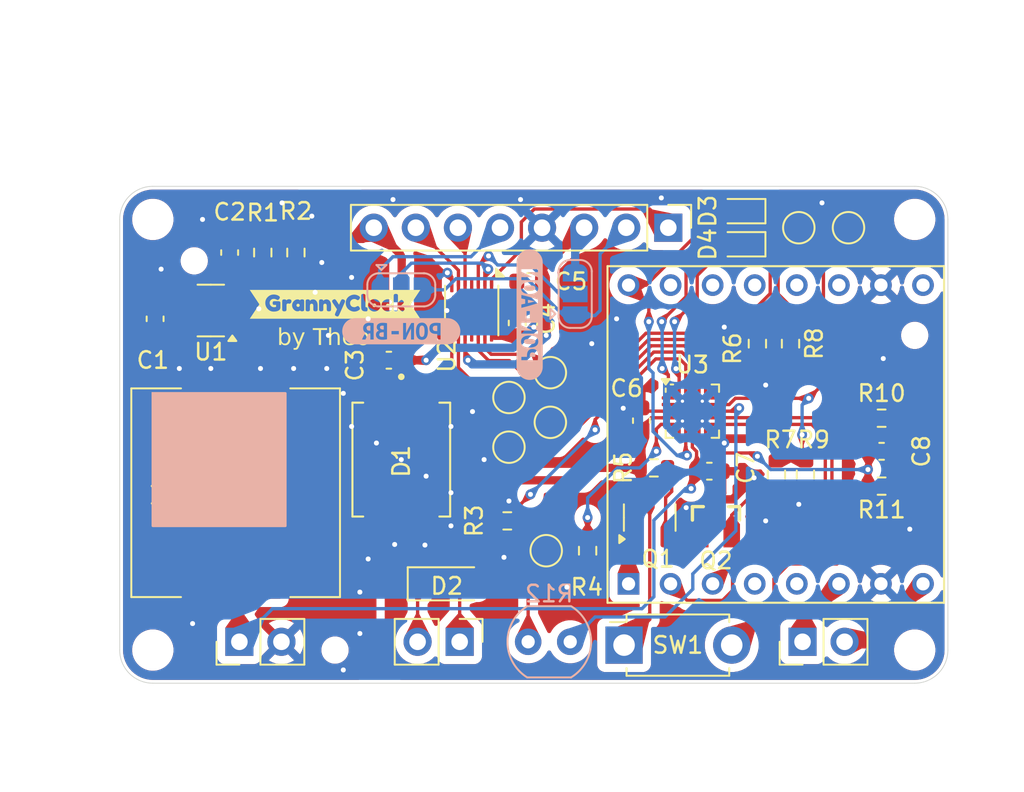
<source format=kicad_pcb>
(kicad_pcb (version 20241229) (generator "pcbnew") (generator_version "9.0")
  (title_block (title "GrannyClock") (date "2025-05-11") (rev "1.0") (company "Tehoor Marjan"))
  (layers (0 "F.Cu" signal) (2 "B.Cu" power) (13 "F.Paste" user) (15 "B.Paste" user) (5 "F.SilkS" user "F.Silkscreen") (7 "B.SilkS" user "B.Silkscreen") (1 "F.Mask" user) (3 "B.Mask" user) (25 "Edge.Cuts" user))
  (net 0 "")
  (net 1 "GND")
  (net 2 "+3V0")
  (net 3 "+3V3")
  (net 4 "Net-(U1-FB)")
  (net 5 "PRG_TX")
  (net 6 "PRG_RX")
  (net 7 "SPK1")
  (net 8 "SPK2")
  (net 9 "MU")
  (net 10 "BR")
  (net 11 "+1V5")
  (net 12 "RF")
  (net 13 "PON")
  (net 14 "BA")
  (net 15 "Net-(D1-A)")
  (net 16 "Net-(Q1-G)")
  (net 17 "Net-(D4-K)")
  (net 18 "SWITCH_3V3")
  (net 19 "DFR_EN")
  (net 20 "LDR_EN")
  (net 21 "LDR_MES")
  (net 22 "UPDI")
  (net 24 "HBA")
  (net 25 "HMU")
  (net 26 "Net-(JP2-C)")
  (net 28 "HRF")
  (net 30 "SND_RX")
  (net 31 "Net-(Q2-G)")
  (net 33 "~{SND_BUSY}")
  (net 35 "SND_TX")
  (net 41 "LED1")
  (net 45 "Net-(D3-K)")
  (net 46 "LED2")
  (net 47 "Net-(JP1-C)")
  (net 48 "HPONBR")
  (net 49 "BTN")
  (net 51 "Net-(R11-Pad1)")
  (footprint "Connector_PinHeader_2.54mm:PinHeader_1x02_P2.54mm_Vertical" (layer "F.Cu") (at 66.225 62.5 90)
    (property "Reference" "J4" (hide yes))
    (property "Value" "Conn_01x02")
  )
  (footprint "Capacitor_SMD:C_0603_1608Metric" (layer "F.Cu") (at 27.1375 43 90)
    (property "Reference" "C1")
    (property "Value" "22uF")
  )
  (footprint "TestPoint:TestPoint_Pad_D1.5mm" (layer "F.Cu") (at 48.5 50.75)
    (property "Reference" "TP2" (hide yes))
    (property "Value" "HMU")
  )
  (footprint "TestPoint:TestPoint_Pad_D1.5mm" (layer "F.Cu") (at 48.5 47.75)
    (property "Reference" "TP1" (hide yes))
    (property "Value" "HBA")
  )
  (footprint "LED_SMD:LED_0603_1608Metric" (layer "F.Cu") (at 62.5 38.5 180)
    (property "Reference" "D4")
    (property "Value" "Red")
  )
  (footprint "Resistor_SMD:R_0603_1608Metric" (layer "F.Cu") (at 57.25 52)
    (property "Reference" "R5")
    (property "Value" "4.7k")
  )
  (footprint "MountingHole:MountingHole_2mm" (layer "F.Cu") (at 73 37)
    (property "Reference" "H5" (hide yes))
    (property "Value" "MountingHole")
  )
  (footprint "Capacitor_SMD:C_0603_1608Metric" (layer "F.Cu") (at 49.75 40.75 180)
    (property "Reference" "C5")
    (property "Value" "100nF")
  )
  (footprint "TestPoint:TestPoint_Pad_D1.5mm" (layer "F.Cu") (at 50.75 57)
    (property "Reference" "TP3" (hide yes))
    (property "Value" "LDR_MES")
  )
  (footprint "Resistor_SMD:R_0603_1608Metric" (layer "F.Cu") (at 53.25 57 -90)
    (property "Reference" "R4")
    (property "Value" "10k")
  )
  (footprint "LED_SMD:LED_0603_1608Metric" (layer "F.Cu") (at 62.5 36.5 180)
    (property "Reference" "D3")
    (property "Value" "Green")
  )
  (footprint "Snapeda:DFR0299_MODULE_DFR0299" (layer "F.Cu") (at 64.61 49.983 90)
    (property "Reference" "U4" (hide yes))
    (property "Value" "DFR0299")
  )
  (footprint "MountingHole:ToolingHole_1.152mm" (layer "F.Cu") (at 29.5 39.5)
    (property "Reference" "H3" (hide yes))
    (property "Value" "ToolingHole")
  )
  (footprint "Package_DFN_QFN:TDFN-14-1EP_3x3mm_P0.4mm_EP1.78x2.35mm" (layer "F.Cu") (at 46.25 42.5 -90)
    (property "Reference" "U2")
    (property "Value" "MAX14611ETD+T")
  )
  (footprint "Resistor_SMD:R_0603_1608Metric" (layer "F.Cu") (at 71 53.1 180)
    (property "Reference" "R11")
    (property "Value" "100")
  )
  (footprint "Resistor_SMD:R_0603_1608Metric" (layer "F.Cu") (at 65.5 44.5 -90)
    (property "Reference" "R8")
    (property "Value" "330")
  )
  (footprint "Resistor_SMD:R_0603_1608Metric" (layer "F.Cu") (at 33.6375 39 90)
    (property "Reference" "R1")
    (property "Value" "330k")
  )
  (footprint "Connector_PinHeader_2.54mm:PinHeader_1x08_P2.54mm_Vertical" (layer "F.Cu") (at 58.12 37.5 -90)
    (property "Reference" "J3" (hide yes))
    (property "Value" "Conn_01x08")
  )
  (footprint "Connector_PinHeader_2.54mm:PinHeader_1x02_P2.54mm_Vertical" (layer "F.Cu") (at 32.225 62.5 90)
    (property "Reference" "J1" (hide yes))
    (property "Value" "Conn_01x02")
  )
  (footprint "Snapeda:FDN327N_SSOT-3" (layer "F.Cu") (at 61 55)
    (property "Reference" "Q2")
    (property "Value" "FDN327N")
  )
  (footprint "MountingHole:MountingHole_2mm" (layer "F.Cu") (at 27 63)
    (property "Reference" "H2" (hide yes))
    (property "Value" "MountingHole" (hide yes))
  )
  (footprint "Capacitor_SMD:C_0603_1608Metric" (layer "F.Cu") (at 49 43.25 90)
    (property "Reference" "C4")
    (property "Value" "1uF")
  )
  (footprint "Resistor_SMD:R_0603_1608Metric" (layer "F.Cu") (at 66.4 52.4 -90)
    (property "Reference" "R9")
    (property "Value" "100k")
  )
  (footprint "TestPoint:TestPoint_Pad_D1.5mm" (layer "F.Cu") (at 51 46.25)
    (property "Reference" "TP4" (hide yes))
    (property "Value" "HRF")
  )
  (footprint "Inductor_SMD:L_12x12mm_H4.5mm" (layer "F.Cu") (at 32 53.5 90)
    (property "Reference" "L1")
    (property "Value" "22uH")
  )
  (footprint "MountingHole:ToolingHole_1.152mm" (layer "F.Cu") (at 73 44)
    (property "Reference" "H6" (hide yes))
    (property "Value" "ToolingHole")
  )
  (footprint "Resistor_SMD:R_0603_1608Metric" (layer "F.Cu") (at 63.5 44.5 -90)
    (property "Reference" "R6")
    (property "Value" "330")
  )
  (footprint "MountingHole:MountingHole_2mm" (layer "F.Cu") (at 73 63)
    (property "Reference" "H7" (hide yes))
    (property "Value" "MountingHole" (hide yes))
  )
  (footprint "Capacitor_SMD:C_0603_1608Metric" (layer "F.Cu") (at 41.25 45.5 180)
    (property "Reference" "C3")
    (property "Value" "22uF")
  )
  (footprint "Resistor_SMD:R_0603_1608Metric" (layer "F.Cu") (at 48.4 55.2 180)
    (property "Reference" "R3")
    (property "Value" "470")
  )
  (footprint "Capacitor_SMD:C_0603_1608Metric" (layer "F.Cu") (at 56.5 49.15 90)
    (property "Reference" "C6")
    (property "Value" "100nF")
  )
  (footprint "Capacitor_SMD:C_0603_1608Metric" (layer "F.Cu") (at 60.6 52.2 180)
    (property "Reference" "C7")
    (property "Value" "100nF")
  )
  (footprint "Snapeda:SS34_DIO_SS34" (layer "F.Cu") (at 42 51.5 -90)
    (property "Reference" "D1")
    (property "Value" "SS34")
  )
  (footprint "MountingHole:ToolingHole_1.152mm" (layer "F.Cu") (at 38 63)
    (property "Reference" "H4" (hide yes))
    (property "Value" "ToolingHole" (hide yes))
  )
  (footprint "Resistor_SMD:R_0603_1608Metric" (layer "F.Cu") (at 64.65 52.4 -90)
    (property "Reference" "R7")
    (property "Value" "100")
  )
  (footprint "Diode_SMD:D_SOD-123" (layer "F.Cu") (at 44.75 59)
    (property "Reference" "D2")
    (property "Value" "LBAT46T1G")
  )
  (footprint "TestPoint:TestPoint_Pad_D1.5mm" (layer "F.Cu") (at 51 49.25)
    (property "Reference" "TP5" (hide yes))
    (property "Value" "HPONBR")
  )
  (footprint "Capacitor_SMD:C_0603_1608Metric" (layer "F.Cu") (at 31.6375 39 90)
    (property "Reference" "C2")
    (property "Value" "10nF")
  )
  (footprint "Package_TO_SOT_SMD:SOT-23-3" (layer "F.Cu") (at 57 55 90)
    (property "Reference" "Q1")
    (property "Value" "AO3407A")
  )
  (footprint "kibuzzard-681BEBFE" (layer "F.Cu") (at 38 42.125)
    (property "Reference" "kibuzzard-1" (hide yes))
    (property "Value" "G***" (hide yes))
  )
  (footprint "Connector_PinHeader_2.54mm:PinHeader_1x02_P2.54mm_Vertical" (layer "F.Cu") (at 45.525 62.5 -90)
    (property "Reference" "J2" (hide yes))
    (property "Value" "Conn_01x02")
  )
  (footprint "Resistor_SMD:R_0603_1608Metric" (layer "F.Cu") (at 71 49)
    (property "Reference" "R10")
    (property "Value" "10k")
  )
  (footprint "MountingHole:MountingHole_2mm" (layer "F.Cu") (at 27 37)
    (property "Reference" "H1" (hide yes))
    (property "Value" "MountingHole")
  )
  (footprint "TestPoint:TestPoint_Pad_D1.5mm" (layer "F.Cu") (at 69 37.5)
    (property "Reference" "TP7" (hide yes))
    (property "Value" "DFR_EN")
  )
  (footprint "Package_DFN_QFN:VQFN-20-1EP_3x3mm_P0.4mm_EP1.7x1.7mm_ThermalVias" (layer "F.Cu") (at 59.575 48.575)
    (property "Reference" "U3")
    (property "Value" "ATtiny1616-M")
  )
  (footprint "Resistor_SMD:R_0603_1608Metric" (layer "F.Cu") (at 35.6375 39 -90)
    (property "Reference" "R2")
    (property "Value" "1.5M")
  )
  (footprint "Button_Switch_THT:SW_PUSH_1P1T_6x3.5mm_H4.3_APEM_MJTP1243" (layer "F.Cu") (at 55.45 62.7)
    (property "Reference" "SW1")
    (property "Value" "SW_Push")
  )
  (footprint "Capacitor_SMD:C_0603_1608Metric" (layer "F.Cu") (at 71 51)
    (property "Reference" "C8")
    (property "Value" "100nF")
  )
  (footprint "Package_TO_SOT_SMD:SOT-23-6" (layer "F.Cu") (at 30.5 42.5 180)
    (property "Reference" "U1")
    (property "Value" "MT3608")
  )
  (footprint "TestPoint:TestPoint_Pad_D1.5mm" (layer "F.Cu") (at 66 37.5)
    (property "Reference" "TP6" (hide yes))
    (property "Value" "~{SND_BUSY}")
  )
  (footprint "kibuzzard-681FCE61" (layer "B.Cu") (at 42 43.75 180)
    (property "Reference" "kibuzzard-3" (hide yes))
    (property "Value" "G***" (hide yes))
  )
  (footprint "Jumper:SolderJumper-3_P1.3mm_Open_RoundedPad1.0x1.5mm" (layer "B.Cu") (at 42 41.25)
    (property "Reference" "JP2" (hide yes))
    (property "Value" "PON/BR Select" (hide yes))
  )
  (footprint "OptoDevice:R_LDR_4.9x4.2mm_P2.54mm_Vertical" (layer "B.Cu") (at 52.2 62.5 180)
    (property "Reference" "R12")
    (property "Value" "R_Photo")
  )
  (footprint "kibuzzard-681FCEAB" (layer "B.Cu") (at 49.75 42.75 90)
    (property "Reference" "kibuzzard-2" (hide yes))
    (property "Value" "G***" (hide yes))
  )
  (footprint "Jumper:SolderJumper-3_P1.3mm_Open_RoundedPad1.0x1.5mm" (layer "B.Cu") (at 52.5 41.5 90)
    (property "Reference" "JP1" (hide yes))
    (property "Value" "~{TS} Select" (hide yes))
  )
  (gr_rect (start 27 47.5) (end 35 55.5) (stroke (width 0.153)) (fill yes) (layer "B.SilkS"))
  (gr_arc (start 25 37) (mid 25.585786 35.585786) (end 27 35) (stroke (width 0.05)) (layer "Edge.Cuts"))
  (gr_line (start 27 35) (end 73 35) (stroke (width 0.05)) (layer "Edge.Cuts"))
  (gr_line (start 73 65) (end 27 65) (stroke (width 0.05)) (layer "Edge.Cuts"))
  (gr_line (start 25 63) (end 25 37) (stroke (width 0.05)) (layer "Edge.Cuts"))
  (gr_line (start 75 37) (end 75 63) (stroke (width 0.05)) (layer "Edge.Cuts"))
  (gr_arc (start 73 35) (mid 74.414214 35.585786) (end 75 37) (stroke (width 0.05)) (layer "Edge.Cuts"))
  (gr_arc (start 27 65) (mid 25.585786 64.414214) (end 25 63) (stroke (width 0.05)) (layer "Edge.Cuts"))
  (gr_arc (start 75 63) (mid 74.414214 64.414214) (end 73 65) (stroke (width 0.05)) (layer "Edge.Cuts"))
  (gr_text "by Théo" (at 34.5 44.75 0) (layer "F.SilkS") (effects (font (size 1 1) (thickness 0.153)) (justify left bottom)))
  (segment (start 48.975 42.45) (end 49 42.475) (width 0.5) (layer "F.Cu") (net 1))
  (segment (start 61.375 53.525) (end 61 53.9) (width 0.5) (layer "F.Cu") (net 1))
  (segment (start 33.3 42.5) (end 33.4 42.4) (width 0.5) (layer "F.Cu") (net 1))
  (segment (start 61 53.9) (end 62 53.9) (width 0.5) (layer "F.Cu") (net 1))
  (segment (start 31.6375 42.5) (end 33.3 42.5) (width 0.5) (layer "F.Cu") (net 1))
  (segment (start 33.5875 38.225) (end 33.6375 38.175) (width 0.5) (layer "F.Cu") (net 1))
  (segment (start 48.975 42.5) (end 49 42.475) (width 0.5) (layer "F.Cu") (net 1))
  (segment (start 45.05 40.487134) (end 44.781433 40.218567) (width 0.2) (layer "F.Cu") (net 1))
  (segment (start 60.5 54.4) (end 59.2 54.4) (width 0.5) (layer "F.Cu") (net 1))
  (segment (start 48.975 40.75) (end 48.975 42.45) (width 0.5) (layer "F.Cu") (net 1))
  (segment (start 45.05 41.0125) (end 45.05 40.487134) (width 0.2) (layer "F.Cu") (net 1))
  (segment (start 46.25 42.5) (end 48.975 42.5) (width 0.5) (layer "F.Cu") (net 1))
  (segment (start 61.375 52.2) (end 61.375 53.525) (width 0.5) (layer "F.Cu") (net 1))
  (segment (start 66.4 53.225) (end 66.4 53.8) (width 0.5) (layer "F.Cu") (net 1))
  (segment (start 71.775 51) (end 71.775 49.05) (width 0.5) (layer "F.Cu") (net 1))
  (segment (start 71.775 49.05) (end 71.825 49) (width 0.5) (layer "F.Cu") (net 1))
  (segment (start 46.25 42.5) (end 44.75 42.5) (width 0.5) (layer "F.Cu") (net 1))
  (segment (start 58.125 48.575) (end 59.575 48.575) (width 0.2) (layer "F.Cu") (net 1))
  (segment (start 61 53.9) (end 60.5 54.4) (width 0.5) (layer "F.Cu") (net 1))
  (segment (start 31.6375 38.225) (end 33.5875 38.225) (width 0.5) (layer "F.Cu") (net 1))
  (segment (start 66.4 53.8) (end 66 54.2) (width 0.5) (layer "F.Cu") (net 1))
  (segment (start 62 53.9) (end 63.3 52.6) (width 0.5) (layer "F.Cu") (net 1))
  (segment (start 58.125 48.575) (end 56.7 48.575) (width 0.2) (layer "F.Cu") (net 1))
  (segment (start 56.7 48.575) (end 56.5 48.375) (width 0.2) (layer "F.Cu") (net 1))
  (via (at 39 49.5) (size 0.6) (drill 0.3) (layers "F.Cu" "B.Cu") (net 1))
  (via (at 36.8 41.4) (size 0.6) (drill 0.3) (layers "F.Cu" "B.Cu") (net 1))
  (via (at 45 55.5) (size 0.6) (drill 0.3) (layers "F.Cu" "B.Cu") (net 1))
  (via (at 47 51.5) (size 0.6) (drill 0.3) (layers "F.Cu" "B.Cu") (net 1))
  (via (at 37.5 46) (size 0.6) (drill 0.3) (layers "F.Cu" "B.Cu") (net 1))
  (via (at 41.599977 56.62295) (size 0.6) (drill 0.3) (layers "F.Cu" "B.Cu") (net 1))
  (via (at 36.6 36.8) (size 0.6) (drill 0.3) (layers "F.Cu" "B.Cu") (net 1))
  (via (at 72.7 55.7) (size 0.6) (drill 0.3) (layers "F.Cu" "B.Cu") (net 1))
  (via (at 37.2 39.6) (size 0.6) (drill 0.3) (layers "F.Cu" "B.Cu") (net 1))
  (via (at 61.5 50.5) (size 0.6) (drill 0.3) (layers "F.Cu" "B.Cu") (net 1))
  (via (at 30 37) (size 0.6) (drill 0.3) (layers "F.Cu" "B.Cu") (net 1))
  (via (at 55 43) (size 0.6) (drill 0.3) (layers "F.Cu" "B.Cu") (net 1))
  (via (at 40.5 50.5) (size 0.6) (drill 0.3) (layers "F.Cu" "B.Cu") (net 1))
  (via (at 41.5 35.8) (size 0.6) (drill 0.3) (layers "F.Cu" "B.Cu") (net 1))
  (via (at 30.5 46) (size 0.6) (drill 0.3) (layers "F.Cu" "B.Cu") (net 1))
  (via (at 44.75 42.5) (size 0.6) (drill 0.3) (layers "F.Cu" "B.Cu") (net 1))
  (via (at 39.5 59.5) (size 0.6) (drill 0.3) (layers "F.Cu" "B.Cu") (net 1))
  (via (at 34.8 36) (size 0.6) (drill 0.3) (layers "F.Cu" "B.Cu") (net 1))
  (via (at 64 47) (size 0.6) (drill 0.3) (layers "F.Cu" "B.Cu") (net 1))
  (via (at 40 57.5) (size 0.6) (drill 0.3) (layers "F.Cu" "B.Cu") (net 1))
  (via (at 46.3 48.6) (size 0.6) (drill 0.3) (layers "F.Cu" "B.Cu") (net 1))
  (via (at 39 40.5) (size 0.6) (drill 0.3) (layers "F.Cu" "B.Cu") (net 1))
  (via (at 40 43) (size 0.6) (drill 0.3) (layers "F.Cu" "B.Cu") (net 1))
  (via (at 66 54.2) (size 0.6) (drill 0.3) (layers "F.Cu" "B.Cu") (net 1))
  (via (at 61.5 43.5) (size 0.6) (drill 0.3) (layers "F.Cu" "B.Cu") (net 1))
  (via (at 52 59.2) (size 0.6) (drill 0.3) (layers "F.Cu" "B.Cu") (net 1))
  (via (at 43.428654 56.659893) (size 0.6) (drill 0.3) (layers "F.Cu" "B.Cu") (net 1))
  (via (at 28.6 46) (size 0.6) (drill 0.3) (layers "F.Cu" "B.Cu") (net 1))
  (via (at 33.5 46) (size 0.6) (drill 0.3) (layers "F.Cu" "B.Cu") (net 1))
  (via (at 27.5 40) (size 0.6) (drill 0.3) (layers "F.Cu" "B.Cu") (net 1))
  (via (at 38.5 64.2) (size 0.6) (drill 0.3) (layers "F.Cu" "B.Cu") (net 1))
  (via (at 53.5 44.5) (size 0.6) (drill 0.3) (layers "F.Cu" "B.Cu") (net 1))
  (via (at 33.4 42.4) (size 0.6) (drill 0.3) (layers "F.Cu" "B.Cu") (net 1))
  (via (at 44.781433 40.218567) (size 0.6) (drill 0.3) (layers "F.Cu" "B.Cu") (net 1))
  (via (at 57.7 35.7) (size 0.6) (drill 0.3) (layers "F.Cu" "B.Cu") (net 1))
  (via (at 39.5 62) (size 0.6) (drill 0.3) (layers "F.Cu" "B.Cu") (net 1))
  (via (at 49.2 35.8) (size 0.6) (drill 0.3) (layers "F.Cu" "B.Cu") (net 1))
  (via (at 48.5 54) (size 0.6) (drill 0.3) (layers "F.Cu" "B.Cu") (net 1))
  (via (at 38.5 47.5) (size 0.6) (drill 0.3) (layers "F.Cu" "B.Cu") (net 1))
  (via (at 64 55.2) (size 0.6) (drill 0.3) (layers "F.Cu" "B.Cu") (net 1))
  (via (at 59.2 54.4) (size 0.6) (drill 0.3) (layers "F.Cu" "B.Cu") (net 1))
  (via (at 29.4 61.4) (size 0.6) (drill 0.3) (layers "F.Cu" "B.Cu") (net 1))
  (via (at 55.4 48.4) (size 0.6) (drill 0.3) (layers "F.Cu" "B.Cu") (net 1))
  (via (at 67.4 36) (size 0.6) (drill 0.3) (layers "F.Cu" "B.Cu") (net 1))
  (via (at 48.2 57.4) (size 0.6) (drill 0.3) (layers "F.Cu" "B.Cu") (net 1))
  (via (at 71.1 45.4) (size 0.6) (drill 0.3) (layers "F.Cu" "B.Cu") (net 1))
  (via (at 63.3 52.6) (size 0.6) (drill 0.3) (layers "F.Cu" "B.Cu") (net 1))
  (via (at 45 53.5) (size 0.6) (drill 0.3) (layers "F.Cu" "B.Cu") (net 1))
  (via (at 45 49.5) (size 0.6) (drill 0.3) (layers "F.Cu" "B.Cu") (net 1))
  (via (at 43.5 52.5) (size 0.6) (drill 0.3) (layers "F.Cu" "B.Cu") (net 1))
  (via (at 42 51.5) (size 0.6) (drill 0.3) (layers "F.Cu" "B.Cu") (net 1))
  (via (at 35.5 46) (size 0.6) (drill 0.3) (layers "F.Cu" "B.Cu") (net 1))
  (via (at 37.6 44) (size 0.6) (drill 0.3) (layers "F.Cu" "B.Cu") (net 1))
  (segment (start 59.575 50.025) (end 59.575 50.756453) (width 0.2) (layer "F.Cu") (net 2))
  (segment (start 29.3625 41.55) (end 29.3625 42) (width 0.5) (layer "F.Cu") (net 2))
  (segment (start 27.1375 43.775) (end 27.1375 57.1375) (width 0.5) (layer "F.Cu") (net 2))
  (segment (start 59.575 50.756453) (end 59.8288 51.010253) (width 0.2) (layer "F.Cu") (net 2))
  (segment (start 32.225 62.5) (end 32.225 58.675) (width 0.5) (layer "F.Cu") (net 2))
  (segment (start 29.3625 42) (end 29.3625 42.5) (width 0.5) (layer "F.Cu") (net 2))
  (segment (start 32.225 58.675) (end 32 58.45) (width 0.5) (layer "F.Cu") (net 2))
  (segment (start 28.45 58.45) (end 32 58.45) (width 0.5) (layer "F.Cu") (net 2))
  (segment (start 59.8288 51.9212) (end 59.5 52.25) (width 0.2) (layer "F.Cu") (net 2))
  (segment (start 27.1375 57.1375) (end 28.45 58.45) (width 0.5) (layer "F.Cu") (net 2))
  (segment (start 28.4125 42.5) (end 27.1375 43.775) (width 0.5) (layer "F.Cu") (net 2))
  (segment (start 59.5 52.25) (end 59.5 53.25) (width 0.2) (layer "F.Cu") (net 2))
  (segment (start 29.3625 42.5) (end 28.4125 42.5) (width 0.5) (layer "F.Cu") (net 2))
  (segment (start 59.8288 51.010253) (end 59.8288 51.9212) (width 0.2) (layer "F.Cu") (net 2))
  (via (at 59.5 53.25) (size 0.6) (drill 0.3) (layers "F.Cu" "B.Cu") (net 2))
  (segment (start 56.53 60.5) (end 34.225 60.5) (width 0.2) (layer "B.Cu") (net 2))
  (segment (start 59.16 53.25) (end 57.25 55.16) (width 0.2) (layer "B.Cu") (net 2))
  (segment (start 59.5 53.25) (end 59.16 53.25) (width 0.2) (layer "B.Cu") (net 2))
  (segment (start 34.225 60.5) (end 32.225 62.5) (width 0.2) (layer "B.Cu") (net 2))
  (segment (start 57.25 55.16) (end 57.25 59.78) (width 0.2) (layer "B.Cu") (net 2))
  (segment (start 57.25 59.78) (end 56.53 60.5) (width 0.2) (layer "B.Cu") (net 2))
  (segment (start 56.5 49.568716) (end 56.5 49.925) (width 0.2) (layer "F.Cu") (net 3))
  (segment (start 56.5 49.925) (end 56.5 51.925) (width 0.5) (layer "F.Cu") (net 3))
  (segment (start 53.75 52) (end 56.425 52) (width 0.5) (layer "F.Cu") (net 3))
  (segment (start 56.5 51.925) (end 56.425 52) (width 0.5) (layer "F.Cu") (net 3))
  (segment (start 39.665 38.175) (end 40.34 37.5) (width 0.5) (layer "F.Cu") (net 3))
  (segment (start 53 52.75) (end 53.75 52) (width 0.5) (layer "F.Cu") (net 3))
  (segment (start 57 53.8625) (end 57 61.15) (width 0.2) (layer "F.Cu") (net 3))
  (segment (start 49 44.025) (end 49.475 44.025) (width 0.5) (layer "F.Cu") (net 3))
  (segment (start 56.425 52.675) (end 57 53.25) (width 0.5) (layer "F.Cu") (net 3))
  (segment (start 55.9 62.8) (end 55.25 62.8) (width 0.2) (layer "F.Cu") (net 3))
  (segment (start 47.5788 43.9875) (end 47.6163 44.025) (width 0.2) (layer "F.Cu") (net 3))
  (segment (start 57 61.15) (end 55.45 62.7) (width 0.2) (layer "F.Cu") (net 3))
  (segment (start 49.475 44.025) (end 50 43.5) (width 0.5) (layer "F.Cu") (net 3))
  (segment (start 47.45 43.9875) (end 47.5788 43.9875) (width 0.2) (layer "F.Cu") (net 3))
  (segment (start 49 44.025) (end 47.6163 44.025) (width 0.5) (layer "F.Cu") (net 3))
  (segment (start 58.125 48.975) (end 57.093716 48.975) (width 0.2) (layer "F.Cu") (net 3))
  (segment (start 42 48.1) (end 42 45.525) (width 0.5) (layer "F.Cu") (net 3))
  (segment (start 42.025 45.5) (end 42.025 39.433528) (width 0.5) (layer "F.Cu") (net 3))
  (segment (start 42 48.1) (end 46.65 52.75) (width 0.5) (layer "F.Cu") (net 3))
  (segment (start 43.5 45.5) (end 42.025 45.5) (width 0.5) (layer "F.Cu") (net 3))
  (segment (start 46.65 52.75) (end 53 52.75) (width 0.5) (layer "F.Cu") (net 3))
  (segment (start 57.093716 48.975) (end 56.5 49.568716) (width 0.2) (layer "F.Cu") (net 3))
  (segment (start 57 53.25) (end 57 53.95) (width 0.5) (layer "F.Cu") (net 3))
  (segment (start 35.6375 38.175) (end 39.665 38.175) (width 0.5) (layer "F.Cu") (net 3))
  (segment (start 41.849264 39.009264) (end 40.34 37.5) (width 0.5) (layer "F.Cu") (net 3))
  (segment (start 56.425 52) (end 56.425 52.675) (width 0.5) (layer "F.Cu") (net 3))
  (segment (start 42 45.525) (end 42.025 45.5) (width 0.5) (layer "F.Cu") (net 3))
  (via (at 43.5 45.5) (size 0.6) (drill 0.3) (layers "F.Cu" "B.Cu") (net 3))
  (via (at 50 43.5) (size 0.6) (drill 0.3) (layers "F.Cu" "B.Cu") (net 3))
  (arc (start 41.849264 39.009264) (mid 41.979328 39.203918) (end 42.025 39.433528) (width 0.5) (layer "F.Cu") (net 3))
  (segment (start 48.75 44.75) (end 44.25 44.75) (width 0.5) (layer "B.Cu") (net 3))
  (segment (start 44.25 44.75) (end 43.5 45.5) (width 0.5) (layer "B.Cu") (net 3))
  (segment (start 50 43.5) (end 48.75 44.75) (width 0.5) (layer "B.Cu") (net 3))
  (segment (start 31.975 39.775) (end 32.025 39.825) (width 0.2) (layer "F.Cu") (net 4))
  (segment (start 35.6375 39.825) (end 33.6375 39.825) (width 0.2) (layer "F.Cu") (net 4))
  (segment (start 31.6375 39.775) (end 31.975 39.775) (width 0.2) (layer "F.Cu") (net 4))
  (segment (start 31.6875 39.825) (end 31.6375 39.775) (width 0.2) (layer "F.Cu") (net 4))
  (segment (start 31.6375 39.775) (end 31.6375 41.55) (width 0.2) (layer "F.Cu") (net 4))
  (segment (start 33.6375 39.825) (end 31.6875 39.825) (width 0.2) (layer "F.Cu") (net 4))
  (segment (start 42.985 59.115) (end 43.1 59) (width 0.2) (layer "F.Cu") (net 5))
  (segment (start 42.985 62.5) (end 42.985 59.115) (width 0.2) (layer "F.Cu") (net 5))
  (segment (start 45.525 62.5) (end 45.525 59.875) (width 0.2) (layer "F.Cu") (net 6))
  (segment (start 46.4 57.8) (end 47.575 56.625) (width 0.2) (layer "F.Cu") (net 6))
  (segment (start 46.5 59) (end 46.4 59) (width 0.2) (layer "F.Cu") (net 6))
  (segment (start 46.4 59) (end 46.4 57.8) (width 0.2) (layer "F.Cu") (net 6))
  (segment (start 47.575 56.625) (end 47.575 55.2) (width 0.2) (layer "F.Cu") (net 6))
  (segment (start 45.525 59.875) (end 46.4 59) (width 0.2) (layer "F.Cu") (net 6))
  (segment (start 66.3 62.425) (end 66.225 62.5) (width 0.8) (layer "F.Cu") (net 7))
  (segment (start 68.42 59) (end 66.3 61.12) (width 0.8) (layer "F.Cu") (net 7))
  (segment (start 66.3 61.12) (end 66.3 62.425) (width 0.8) (layer "F.Cu") (net 7))
  (segment (start 70 62.5) (end 73.5 59) (width 0.8) (layer "F.Cu") (net 8))
  (segment (start 68.765 62.5) (end 70 62.5) (width 0.8) (layer "F.Cu") (net 8))
  (segment (start 42.88 37.5) (end 45.45 40.07) (width 0.2) (layer "F.Cu") (net 9))
  (segment (start 45.45 40.07) (end 45.45 41.0125) (width 0.2) (layer "F.Cu") (net 9))
  (segment (start 40.7 40.05) (end 40.7 41.25) (width 0.2) (layer "B.Cu") (net 10))
  (segment (start 47.96 37.5) (end 46.21 39.25) (width 0.2) (layer "B.Cu") (net 10))
  (segment (start 46.21 39.25) (end 41.5 39.25) (width 0.2) (layer "B.Cu") (net 10))
  (segment (start 41.5 39.25) (end 40.7 40.05) (width 0.2) (layer "B.Cu") (net 10))
  (segment (start 50.525 40.75) (end 50.75 40.975) (width 0.5) (layer "F.Cu") (net 11))
  (segment (start 50.75 40.975) (end 50.75 44) (width 0.5) (layer "F.Cu") (net 11))
  (segment (start 53 37.5) (end 50.525 39.975) (width 0.5) (layer "F.Cu") (net 11))
  (segment (start 45.85 45.3222) (end 45.85 43.9875) (width 0.2) (layer "F.Cu") (net 11))
  (segment (start 50.525 39.975) (end 50.525 40.75) (width 0.5) (layer "F.Cu") (net 11))
  (segment (start 53.04 37.5) (end 53 37.5) (width 0.5) (layer "F.Cu") (net 11))
  (segment (start 46.0278 45.5) (end 45.85 45.3222) (width 0.2) (layer "F.Cu") (net 11))
  (via (at 50.75 44) (size 0.6) (drill 0.3) (layers "F.Cu" "B.Cu") (net 11))
  (via (at 46.0278 45.5) (size 0.6) (drill 0.3) (layers "F.Cu" "B.Cu") (net 11))
  (segment (start 50.75 44) (end 49 45.75) (width 0.5) (layer "B.Cu") (net 11))
  (segment (start 46.2778 45.75) (end 46.0278 45.5) (width 0.5) (layer "B.Cu") (net 11))
  (segment (start 52.5 38) (end 52.5 40.2) (width 0.5) (layer "B.Cu") (net 11))
  (segment (start 53 37.5) (end 52.5 38) (width 0.5) (layer "B.Cu") (net 11))
  (segment (start 49 45.75) (end 46.2778 45.75) (width 0.5) (layer "B.Cu") (net 11))
  (segment (start 53.04 37.5) (end 53 37.5) (width 0.5) (layer "B.Cu") (net 11))
  (segment (start 56.9912 36.3712) (end 58.12 37.5) (width 0.2) (layer "F.Cu") (net 12))
  (segment (start 49.25 38.818547) (end 49.25 37.153635) (width 0.2) (layer "F.Cu") (net 12))
  (segment (start 47.45 40.618547) (end 49.25 38.818547) (width 0.2) (layer "F.Cu") (net 12))
  (segment (start 49.25 37.153635) (end 50.032435 36.3712) (width 0.2) (layer "F.Cu") (net 12))
  (segment (start 50.032435 36.3712) (end 56.9912 36.3712) (width 0.2) (layer "F.Cu") (net 12))
  (segment (start 47.45 41.0125) (end 47.45 40.618547) (width 0.2) (layer "F.Cu") (net 12))
  (segment (start 45.2962 40.5788) (end 44.625 41.25) (width 0.2) (layer "B.Cu") (net 13))
  (segment (start 54 42.5) (end 53.7 42.8) (width 0.2) (layer "B.Cu") (net 13))
  (segment (start 49.5788 40.5788) (end 45.2962 40.5788) (width 0.2) (layer "B.Cu") (net 13))
  (segment (start 53.7 42.8) (end 52.5 42.8) (width 0.2) (layer "B.Cu") (net 13))
  (segment (start 52.5 42.8) (end 51.8 42.8) (width 0.2) (layer "B.Cu") (net 13))
  (segment (start 54 39.08) (end 54 42.5) (width 0.2) (layer "B.Cu") (net 13))
  (segment (start 51.8 42.8) (end 49.5788 40.5788) (width 0.2) (layer "B.Cu") (net 13))
  (segment (start 44.625 41.25) (end 43.3 41.25) (width 0.2) (layer "B.Cu") (net 13))
  (segment (start 55.58 37.5) (end 54 39.08) (width 0.2) (layer "B.Cu") (net 13))
  (segment (start 45.85 37.93) (end 45.85 41.0125) (width 0.2) (layer "F.Cu") (net 14))
  (segment (start 45.42 37.5) (end 45.85 37.93) (width 0.2) (layer "F.Cu") (net 14))
  (segment (start 32 43.9635) (end 31.6375 43.601) (width 0.8) (layer "F.Cu") (net 15))
  (segment (start 35.65 48.55) (end 42 54.9) (width 0.8) (layer "F.Cu") (net 15))
  (segment (start 32 48.55) (end 35.65 48.55) (width 0.8) (layer "F.Cu") (net 15))
  (segment (start 32 48.55) (end 32 43.9635) (width 0.8) (layer "F.Cu") (net 15))
  (segment (start 58.01 56.1) (end 57.96 56.05) (width 0.2) (layer "F.Cu") (net 16))
  (segment (start 60.05 56.1) (end 58.01 56.1) (width 0.2) (layer "F.Cu") (net 16))
  (segment (start 57.96 56.05) (end 57.96 53.79) (width 0.2) (layer "F.Cu") (net 16))
  (segment (start 57.96 53.79) (end 58.325 53.425) (width 0.2) (layer "F.Cu") (net 16))
  (segment (start 58.325 53.425) (end 58.325 52) (width 0.2) (layer "F.Cu") (net 16))
  (segment (start 64.2728 39.4853) (end 64.2728 41.4772) (width 0.2) (layer "F.Cu") (net 17))
  (segment (start 63.2875 38.5) (end 64.2728 39.4853) (width 0.2) (layer "F.Cu") (net 17))
  (segment (start 63.5 42.25) (end 63.5 43.675) (width 0.2) (layer "F.Cu") (net 17))
  (segment (start 64.2728 41.4772) (end 63.5 42.25) (width 0.2) (layer "F.Cu") (net 17))
  (segment (start 56.04 56.05) (end 56.04 56.71) (width 0.8) (layer "F.Cu") (net 18))
  (segment (start 55.72 57.03) (end 55.72 59) (width 0.8) (layer "F.Cu") (net 18))
  (segment (start 56.04 56.71) (end 55.72 57.03) (width 0.8) (layer "F.Cu") (net 18))
  (segment (start 62.172544 47.8) (end 66.6 47.8) (width 0.2) (layer "F.Cu") (net 19))
  (segment (start 64.65 51.575) (end 66.4 51.575) (width 0.2) (layer "F.Cu") (net 19))
  (segment (start 67.4872 46.9128) (end 67.4872 39.0128) (width 0.2) (layer "F.Cu") (net 19))
  (segment (start 66.6 47.8) (end 67.4872 46.9128) (width 0.2) (layer "F.Cu") (net 19))
  (segment (start 61.025 48.175) (end 61.797544 48.175) (width 0.2) (layer "F.Cu") (net 19))
  (segment (start 66.2 51.375) (end 66.4 51.575) (width 0.2) (layer "F.Cu") (net 19))
  (segment (start 61.797544 48.175) (end 62.172544 47.8) (width 0.2) (layer "F.Cu") (net 19))
  (segment (start 66.2 50) (end 66.2 51.375) (width 0.2) (layer "F.Cu") (net 19))
  (segment (start 67.4872 39.0128) (end 69 37.5) (width 0.2) (layer "F.Cu") (net 19))
  (via (at 66.2 50) (size 0.6) (drill 0.3) (layers "F.Cu" "B.Cu") (net 19))
  (via (at 66.6 47.8) (size 0.6) (drill 0.3) (layers "F.Cu" "B.Cu") (net 19))
  (segment (start 66.2 48.2) (end 66.2 50) (width 0.2) (layer "B.Cu") (net 19))
  (segment (start 66.6 47.8) (end 66.2 48.2) (width 0.2) (layer "B.Cu") (net 19))
  (segment (start 62.216091 48.575) (end 62.4 48.391091) (width 0.2) (layer "F.Cu") (net 20))
  (segment (start 61.025 48.575) (end 62.216091 48.575) (width 0.2) (layer "F.Cu") (net 20))
  (via (at 62.4 48.391091) (size 0.6) (drill 0.3) (layers "F.Cu" "B.Cu") (net 20))
  (segment (start 62.2 55.8) (end 62.2 48.591091) (width 0.2) (layer "B.Cu") (net 20))
  (segment (start 53.7 61) (end 57.921734 61) (width 0.2) (layer "B.Cu") (net 20))
  (segment (start 59.6 58.4) (end 62.2 55.8) (width 0.2) (layer "B.Cu") (net 20))
  (segment (start 57.921734 61) (end 59.6 59.321734) (width 0.2) (layer "B.Cu") (net 20))
  (segment (start 62.2 48.591091) (end 62.4 48.391091) (width 0.2) (layer "B.Cu") (net 20))
  (segment (start 59.6 59.321734) (end 59.6 58.4) (width 0.2) (layer "B.Cu") (net 20))
  (segment (start 52.2 62.5) (end 53.7 61) (width 0.2) (layer "B.Cu") (net 20))
  (segment (start 49.66 58.09) (end 50.75 57) (width 0.2) (layer "F.Cu") (net 21))
  (segment (start 53.25 56.175) (end 51.575 56.175) (width 0.2) (layer "F.Cu") (net 21))
  (segment (start 57.4 49.6528) (end 57.6778 49.375) (width 0.2) (layer "F.Cu") (net 21))
  (segment (start 51.575 56.175) (end 50.75 57) (width 0.2) (layer "F.Cu") (net 21))
  (segment (start 49.66 62.5) (end 49.66 58.09) (width 0.2) (layer "F.Cu") (net 21))
  (segment (start 57.6778 49.375) (end 58.125 49.375) (width 0.2) (layer "F.Cu") (net 21))
  (segment (start 57.4 51) (end 57.4 49.6528) (width 0.2) (layer "F.Cu") (net 21))
  (segment (start 53.25 55) (end 53.25 56.175) (width 0.2) (layer "F.Cu") (net 21))
  (via (at 53.25 55) (size 0.6) (drill 0.3) (layers "F.Cu" "B.Cu") (net 21))
  (via (at 57.4 51) (size 0.6) (drill 0.3) (layers "F.Cu" "B.Cu") (net 21))
  (segment (start 55.0528 52) (end 53.25 53.8028) (width 0.2) (layer "B.Cu") (net 21))
  (segment (start 56.4 52) (end 55.0528 52) (width 0.2) (layer "B.Cu") (net 21))
  (segment (start 57.4 51) (end 56.4 52) (width 0.2) (layer "B.Cu") (net 21))
  (segment (start 53.25 53.8028) (end 53.25 55) (width 0.2) (layer "B.Cu") (net 21))
  (segment (start 53.7 49.7) (end 53.7 49.085704) (width 0.2) (layer "F.Cu") (net 22))
  (segment (start 49.225 54.175) (end 49.8 53.6) (width 0.2) (layer "F.Cu") (net 22))
  (segment (start 49.225 55.2) (end 49.225 54.175) (width 0.2) (layer "F.Cu") (net 22))
  (segment (start 58.814088 45.4212) (end 59.175 45.782112) (width 0.2) (layer "F.Cu") (net 22))
  (segment (start 59.175 45.782112) (end 59.175 47.125) (width 0.2) (layer "F.Cu") (net 22))
  (segment (start 57.364504 45.4212) (end 58.814088 45.4212) (width 0.2) (layer "F.Cu") (net 22))
  (segment (start 53.7 49.085704) (end 57.364504 45.4212) (width 0.2) (layer "F.Cu") (net 22))
  (via (at 49.8 53.6) (size 0.6) (drill 0.3) (layers "F.Cu" "B.Cu") (net 22))
  (via (at 53.7 49.7) (size 0.6) (drill 0.3) (layers "F.Cu" "B.Cu") (net 22))
  (segment (start 53.7 49.7) (end 49.8 53.6) (width 0.2) (layer "B.Cu") (net 22))
  (segment (start 51.426143 50.2788) (end 53 48.704943) (width 0.2) (layer "F.Cu") (net 24))
  (segment (start 45.45 43.9875) (end 45.45 45.95) (width 0.2) (layer "F.Cu") (net 24))
  (segment (start 48.5 48.204943) (end 50.573857 50.2788) (width 0.2) (layer "F.Cu") (net 24))
  (segment (start 59.975 45.510704) (end 59.975 47.125) (width 0.2) (layer "F.Cu") (net 24))
  (segment (start 53.009353 48.704943) (end 57.085496 44.6288) (width 0.2) (layer "F.Cu") (net 24))
  (segment (start 45.45 45.95) (end 47.25 47.75) (width 0.2) (layer "F.Cu") (net 24))
  (segment (start 53 48.704943) (end 53.009353 48.704943) (width 0.2) (layer "F.Cu") (net 24))
  (segment (start 50.573857 50.2788) (end 51.426143 50.2788) (width 0.2) (layer "F.Cu") (net 24))
  (segment (start 48.5 47.75) (end 48.5 48.204943) (width 0.2) (layer "F.Cu") (net 24))
  (segment (start 59.093096 44.6288) (end 59.975 45.510704) (width 0.2) (layer "F.Cu") (net 24))
  (segment (start 47.25 47.75) (end 48.5 47.75) (width 0.2) (layer "F.Cu") (net 24))
  (segment (start 57.085496 44.6288) (end 59.093096 44.6288) (width 0.2) (layer "F.Cu") (net 24))
  (segment (start 47.093096 48.1288) (end 47.1288 48.1288) (width 0.2) (layer "F.Cu") (net 25))
  (segment (start 48.5 50.75) (end 51.5 50.75) (width 0.2) (layer "F.Cu") (net 25))
  (segment (start 45.05 46.05) (end 45.0712 46.0712) (width 0.2) (layer "F.Cu") (net 25))
  (segment (start 47.1288 48.1288) (end 48.5 49.5) (width 0.2) (layer "F.Cu") (net 25))
  (segment (start 45.05 43.9875) (end 45.05 46.05) (width 0.2) (layer "F.Cu") (net 25))
  (segment (start 45.0712 46.106904) (end 47.093096 48.1288) (width 0.2) (layer "F.Cu") (net 25))
  (segment (start 57.2424 45.0076) (end 58.936192 45.0076) (width 0.2) (layer "F.Cu") (net 25))
  (segment (start 45.0712 46.0712) (end 45.0712 46.106904) (width 0.2) (layer "F.Cu") (net 25))
  (segment (start 58.936192 45.0076) (end 59.575 45.646408) (width 0.2) (layer "F.Cu") (net 25))
  (segment (start 59.575 45.646408) (end 59.575 47.125) (width 0.2) (layer "F.Cu") (net 25))
  (segment (start 48.5 49.5) (end 48.5 50.75) (width 0.2) (layer "F.Cu") (net 25))
  (segment (start 51.5 50.75) (end 57.2424 45.0076) (width 0.2) (layer "F.Cu") (net 25))
  (segment (start 47.05 40.2) (end 47.05 41.0125) (width 0.2) (layer "F.Cu") (net 26))
  (segment (start 47.25 40) (end 47.05 40.2) (width 0.2) (layer "F.Cu") (net 26))
  (via (at 47.25 40) (size 0.6) (drill 0.3) (layers "F.Cu" "B.Cu") (net 26))
  (segment (start 42.610233 39.639767) (end 46.889767 39.639767) (width 0.2) (layer "B.Cu") (net 26))
  (segment (start 42 41.25) (end 42 40.25) (width 0.2) (layer "B.Cu") (net 26))
  (segment (start 42 40.25) (end 42.5 39.75) (width 0.2) (layer "B.Cu") (net 26))
  (segment (start 42.5 39.75) (end 42.610233 39.639767) (width 0.2) (layer "B.Cu") (net 26))
  (segment (start 46.889767 39.639767) (end 47.25 40) (width 0.2) (layer "B.Cu") (net 26))
  (segment (start 61.025 45.489296) (end 61.025 47.775) (width 0.2) (layer "F.Cu") (net 28))
  (segment (start 47.429433 45.143729) (end 49.893729 45.143729) (width 0.2) (layer "F.Cu") (net 28))
  (segment (start 49.893729 45.143729) (end 51 46.25) (width 0.2) (layer "F.Cu") (net 28))
  (segment (start 51 46.25) (end 54.392888 46.25) (width 0.2) (layer "F.Cu") (net 28))
  (segment (start 59.406904 43.8712) (end 61.025 45.489296) (width 0.2) (layer "F.Cu") (net 28))
  (segment (start 47.05 43.9875) (end 47.05 44.764296) (width 0.2) (layer "F.Cu") (net 28))
  (segment (start 54.392888 46.25) (end 56.771688 43.8712) (width 0.2) (layer "F.Cu") (net 28))
  (segment (start 47.05 44.764296) (end 47.429433 45.143729) (width 0.2) (layer "F.Cu") (net 28))
  (segment (start 56.771688 43.8712) (end 59.406904 43.8712) (width 0.2) (layer "F.Cu") (net 28))
  (segment (start 61.528883 48.968891) (end 61.522774 48.975) (width 0.2) (layer "F.Cu") (net 30))
  (segment (start 62 58.335704) (end 63.184704 57.151) (width 0.2) (layer "F.Cu") (net 30))
  (segment (start 63.184704 57.151) (end 65.249 57.151) (width 0.2) (layer "F.Cu") (net 30))
  (segment (start 62 59.4) (end 62 58.335704) (width 0.2) (layer "F.Cu") (net 30))
  (segment (start 66.968891 48.968891) (end 61.528883 48.968891) (width 0.2) (layer "F.Cu") (net 30))
  (segment (start 58.26 59) (end 59.26 60) (width 0.2) (layer "F.Cu") (net 30))
  (segment (start 61.4 60) (end 62 59.4) (width 0.2) (layer "F.Cu") (net 30))
  (segment (start 61.522774 48.975) (end 61.025 48.975) (width 0.2) (layer "F.Cu") (net 30))
  (segment (start 68 50) (end 66.968891 48.968891) (width 0.2) (layer "F.Cu") (net 30))
  (segment (start 65.249 57.151) (end 68 54.4) (width 0.2) (layer "F.Cu") (net 30))
  (segment (start 68 54.4) (end 68 50) (width 0.2) (layer "F.Cu") (net 30))
  (segment (start 59.26 60) (end 61.4 60) (width 0.2) (layer "F.Cu") (net 30))
  (segment (start 61.95 54.85) (end 61.95 56.1) (width 0.2) (layer "F.Cu") (net 31))
  (segment (start 63.575 53.225) (end 61.95 54.85) (width 0.2) (layer "F.Cu") (net 31))
  (segment (start 64.65 53.225) (end 63.575 53.225) (width 0.2) (layer "F.Cu") (net 31))
  (segment (start 60.5 36) (end 60.5 37.25) (width 0.2) (layer "F.Cu") (net 33))
  (segment (start 59.25 51.25) (end 59.175 51.175) (width 0.2) (layer "F.Cu") (net 33))
  (segment (start 55.72 40.966) (end 56.944394 42.190394) (width 0.2) (layer "F.Cu") (net 33))
  (segment (start 66 37.5) (end 64 35.5) (width 0.2) (layer "F.Cu") (net 33))
  (segment (start 64 35.5) (end 61 35.5) (width 0.2) (layer "F.Cu") (net 33))
  (segment (start 60.5 37.25) (end 56.784 40.966) (width 0.2) (layer "F.Cu") (net 33))
  (segment (start 59.175 51.175) (end 59.175 50.025) (width 0.2) (layer "F.Cu") (net 33))
  (segment (start 56.784 40.966) (end 55.72 40.966) (width 0.2) (layer "F.Cu") (net 33))
  (segment (start 56.944394 42.190394) (end 56.944394 43.1722) (width 0.2) (layer "F.Cu") (net 33))
  (segment (start 61 35.5) (end 60.5 36) (width 0.2) (layer "F.Cu") (net 33))
  (via (at 59.25 51.25) (size 0.6) (drill 0.3) (layers "F.Cu" "B.Cu") (net 33))
  (via (at 56.944394 43.1722) (size 0.6) (drill 0.3) (layers "F.Cu" "B.Cu") (net 33))
  (segment (start 57.2 46.268547) (end 57.2 49.8) (width 0.2) (layer "B.Cu") (net 33))
  (segment (start 56.944394 43.1722) (end 56.944394 46.012941) (width 0.2) (layer "B.Cu") (net 33))
  (segment (start 58.65 51.25) (end 59.25 51.25) (width 0.2) (layer "B.Cu") (net 33))
  (segment (start 57.2 49.8) (end 58.65 51.25) (width 0.2) (layer "B.Cu") (net 33))
  (segment (start 56.944394 46.012941) (end 57.2 46.268547) (width 0.2) (layer "B.Cu") (net 33))
  (segment (start 66.775 49.375) (end 67.6 50.2) (width 0.2) (layer "F.Cu") (net 35))
  (segment (start 65.05 56.75) (end 63.05 56.75) (width 0.2) (layer "F.Cu") (net 35))
  (segment (start 67.6 50.2) (end 67.6 54.2) (width 0.2) (layer "F.Cu") (net 35))
  (segment (start 63.05 56.75) (end 60.8 59) (width 0.2) (layer "F.Cu") (net 35))
  (segment (start 61.025 49.375) (end 66.775 49.375) (width 0.2) (layer "F.Cu") (net 35))
  (segment (start 67.6 54.2) (end 65.05 56.75) (width 0.2) (layer "F.Cu") (net 35))
  (segment (start 61.7125 38.5375) (end 61.7125 38.5) (width 0.2) (layer "F.Cu") (net 41))
  (segment (start 58.775 46.199246) (end 58.586477 46.010723) (width 0.2) (layer "F.Cu") (net 41))
  (segment (start 59.8672 41.805) (end 59.8672 40.3828) (width 0.2) (layer "F.Cu") (net 41))
  (segment (start 58.775 47.125) (end 58.775 46.199246) (width 0.2) (layer "F.Cu") (net 41))
  (segment (start 59.8672 40.3828) (end 61.7125 38.5375) (width 0.2) (layer "F.Cu") (net 41))
  (segment (start 58.5 43.1722) (end 59.8672 41.805) (width 0.2) (layer "F.Cu") (net 41))
  (via (at 58.586477 46.010723) (size 0.6) (drill 0.3) (layers "F.Cu" "B.Cu") (net 41))
  (via (at 58.5 43.1722) (size 0.6) (drill 0.3) (layers "F.Cu" "B.Cu") (net 41))
  (segment (start 58.5 45.924246) (end 58.5 43.1722) (width 0.2) (layer "B.Cu") (net 41))
  (segment (start 58.586477 46.010723) (end 58.5 45.924246) (width 0.2) (layer "B.Cu") (net 41))
  (segment (start 64.75 37.9625) (end 64.75 41.5) (width 0.2) (layer "F.Cu") (net 45))
  (segment (start 63.2875 36.5) (end 64.75 37.9625) (width 0.2) (layer "F.Cu") (net 45))
  (segment (start 64.75 41.5) (end 65.5 42.25) (width 0.2) (layer "F.Cu") (net 45))
  (segment (start 65.5 42.25) (end 65.5 43.675) (width 0.2) (layer "F.Cu") (net 45))
  (segment (start 61.7125 36.7875) (end 61.7125 36.5) (width 0.2) (layer "F.Cu") (net 46))
  (segment (start 57.722197 43.131456) (end 59.1928 41.660853) (width 0.2) (layer "F.Cu") (net 46))
  (segment (start 57.722197 43.1722) (end 57.722197 43.131456) (width 0.2) (layer "F.Cu") (net 46))
  (segment (start 59.1928 39.3072) (end 61.7125 36.7875) (width 0.2) (layer "F.Cu") (net 46))
  (segment (start 59.1928 41.660853) (end 59.1928 39.3072) (width 0.2) (layer "F.Cu") (net 46))
  (segment (start 58.125 46.375) (end 57.75 46) (width 0.2) (layer "F.Cu") (net 46))
  (segment (start 58.125 47.775) (end 58.125 46.375) (width 0.2) (layer "F.Cu") (net 46))
  (via (at 57.75 46) (size 0.6) (drill 0.3) (layers "F.Cu" "B.Cu") (net 46))
  (via (at 57.722197 43.1722) (size 0.6) (drill 0.3) (layers "F.Cu" "B.Cu") (net 46))
  (segment (start 57.75 43.200003) (end 57.722197 43.1722) (width 0.2) (layer "B.Cu") (net 46))
  (segment (start 57.75 46) (end 57.75 43.200003) (width 0.2) (layer "B.Cu") (net 46))
  (segment (start 46.65 39.781453) (end 47.229184 39.202269) (width 0.2) (layer "F.Cu") (net 47))
  (segment (start 46.65 41.0125) (end 46.65 39.781453) (width 0.2) (layer "F.Cu") (net 47))
  (segment (start 47.229184 39.202269) (end 47.267192 39.202269) (width 0.2) (layer "F.Cu") (net 47))
  (via (at 47.267192 39.202269) (size 0.6) (drill 0.3) (layers "F.Cu" "B.Cu") (net 47))
  (segment (start 47.489747 39.4212) (end 47.818547 39.75) (width 0.2) (layer "B.Cu") (net 47))
  (segment (start 47.267192 39.202269) (end 47.486123 39.4212) (width 0.2) (layer "B.Cu") (net 47))
  (segment (start 47.818547 39.75) (end 49.8 39.75) (width 0.2) (layer "B.Cu") (net 47))
  (segment (start 49.8 39.75) (end 51.55 41.5) (width 0.2) (layer "B.Cu") (net 47))
  (segment (start 51.55 41.5) (end 52.5 41.5) (width 0.2) (layer "B.Cu") (net 47))
  (segment (start 47.486123 39.4212) (end 47.489747 39.4212) (width 0.2) (layer "B.Cu") (net 47))
  (segment (start 56.928592 44.25) (end 59.25 44.25) (width 0.2) (layer "F.Cu") (net 48))
  (segment (start 51 49.25) (end 51.919239 49.25) (width 0.2) (layer "F.Cu") (net 48))
  (segment (start 59.25 44.25) (end 60.375 45.375) (width 0.2) (layer "F.Cu") (net 48))
  (segment (start 48.522529 45.522529) (end 51 48) (width 0.2) (layer "F.Cu") (net 48))
  (segment (start 47.272529 45.522529) (end 48.522529 45.522529) (width 0.2) (layer "F.Cu") (net 48))
  (segment (start 52.852449 48.326143) (end 56.928592 44.25) (width 0.2) (layer "F.Cu") (net 48))
  (segment (start 46.65 44.9) (end 47.272529 45.522529) (width 0.2) (layer "F.Cu") (net 48))
  (segment (start 46.65 43.9875) (end 46.65 44.9) (width 0.2) (layer "F.Cu") (net 48))
  (segment (start 52.843096 48.326143) (end 52.852449 48.326143) (width 0.2) (layer "F.Cu") (net 48))
  (segment (start 51 48) (end 51 49.25) (width 0.2) (layer "F.Cu") (net 48))
  (segment (start 51.919239 49.25) (end 52.843096 48.326143) (width 0.2) (layer "F.Cu") (net 48))
  (segment (start 60.375 45.375) (end 60.375 47.125) (width 0.2) (layer "F.Cu") (net 48))
  (segment (start 70.175 49) (end 70.175 50.95) (width 0.2) (layer "F.Cu") (net 49))
  (segment (start 70.225 51) (end 70.175 51.05) (width 0.2) (layer "F.Cu") (net 49))
  (segment (start 60.375 50.675) (end 60.375 50.025) (width 0.2) (layer "F.Cu") (net 49))
  (segment (start 70.225 52.05) (end 70.175 52.1) (width 0.2) (layer "F.Cu") (net 49))
  (segment (start 63.3 51.1) (end 60.8 51.1) (width 0.2) (layer "F.Cu") (net 49))
  (segment (start 60.8 51.1) (end 60.375 50.675) (width 0.2) (layer "F.Cu") (net 49))
  (segment (start 63.5 51.3) (end 63.3 51.1) (width 0.2) (layer "F.Cu") (net 49))
  (segment (start 70.175 50.95) (end 70.225 51) (width 0.2) (layer "F.Cu") (net 49))
  (segment (start 70.225 51) (end 70.225 52.05) (width 0.2) (layer "F.Cu") (net 49))
  (segment (start 70.175 53.1) (end 70.175 52.1) (width 0.2) (layer "F.Cu") (net 49))
  (via (at 63.5 51.3) (size 0.6) (drill 0.3) (layers "F.Cu" "B.Cu") (net 49))
  (via (at 70.175 52.1) (size 0.6) (drill 0.3) (layers "F.Cu" "B.Cu") (net 49))
  (segment (start 63.5 51.3) (end 64.3 52.1) (width 0.2) (layer "B.Cu") (net 49))
  (segment (start 64.3 52.1) (end 70.175 52.1) (width 0.2) (layer "B.Cu") (net 49))
  (segment (start 68.3 57.8) (end 65.4 57.8) (width 0.2) (layer "F.Cu") (net 51))
  (segment (start 65.4 57.8) (end 64.5 58.7) (width 0.2) (layer "F.Cu") (net 51))
  (segment (start 64.5 58.7) (end 64.5 60.15) (width 0.2) (layer "F.Cu") (net 51))
  (segment (start 64.5 60.15) (end 61.95 62.7) (width 0.2) (layer "F.Cu") (net 51))
  (segment (start 71.825 53.1) (end 71.825 54.275) (width 0.2) (layer "F.Cu") (net 51))
  (segment (start 71.825 54.275) (end 68.3 57.8) (width 0.2) (layer "F.Cu") (net 51))
  (zone (net 1) (net_name "GND") (layer "F.Cu") (priority 1) (connect_pads (clearance 0.5)) (min_thickness 0.25) (fill yes (thermal_gap 0.5) (thermal_bridge_width 0.5))
    (polygon (pts (xy 38 36.78125) (xy 39.78125 35) (xy 75 35) (xy 75 65) (xy 42.132812 65) (xy 41 63.867188) (xy 41 58.46875) (xy 41.96875 57.5) (xy 44.875 57.5) (xy 46.5 55.875) (xy 46.5 49.5) (xy 44.5 47.5) (xy 44.5 44.5) (xy 43.5 43.5) (xy 39.375 43.5) (xy 38 42.125)))
  )
  (zone (net 1) (net_name "GND") (layer "F.Cu") (priority 2) (connect_pads (clearance 0.5)) (min_thickness 0.25) (fill yes (thermal_gap 0.5) (thermal_bridge_width 0.5))
    (polygon (pts (xy 35.59375 35) (xy 37.5 36.90625) (xy 37.5 42.625) (xy 38.875 44) (xy 43 44) (xy 44 45) (xy 44 48) (xy 46 50) (xy 46 55.5) (xy 44.5 57) (xy 41.5 57) (xy 40.5 58) (xy 40.5 63.75) (xy 39.25 65) (xy 25 65) (xy 25 35)))
  )
  (zone (net 1) (net_name "GND") (layer "B.Cu") (connect_pads (clearance 0.5)) (min_thickness 0.25) (fill yes (thermal_gap 0.5) (thermal_bridge_width 0.5))
    (polygon (pts (xy 75 35) (xy 75 65) (xy 25 65) (xy 25 35)))
  )
)
</source>
